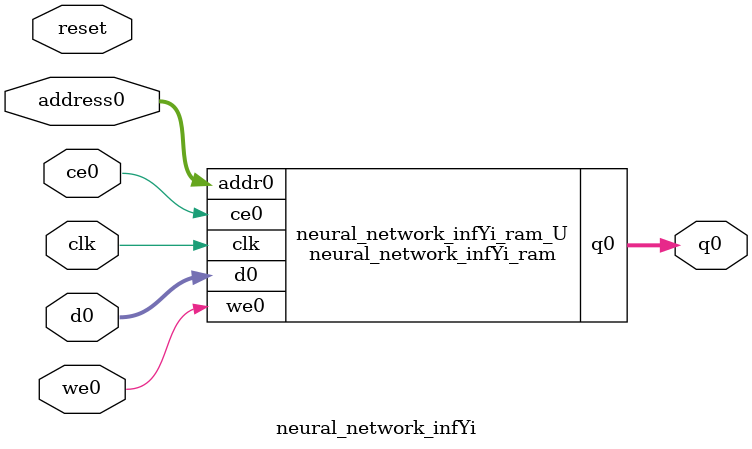
<source format=v>

`timescale 1 ns / 1 ps
module neural_network_infYi_ram (addr0, ce0, d0, we0, q0,  clk);

parameter DWIDTH = 8;
parameter AWIDTH = 10;
parameter MEM_SIZE = 784;

input[AWIDTH-1:0] addr0;
input ce0;
input[DWIDTH-1:0] d0;
input we0;
output wire[DWIDTH-1:0] q0;
input clk;

(* ram_style = "block" *)reg [DWIDTH-1:0] ram[0:MEM_SIZE-1];
reg [DWIDTH-1:0] q0_t0;
reg [DWIDTH-1:0] q0_t1;


assign q0 = q0_t1;

always @(posedge clk)  
begin
    if (ce0) 
    begin
        q0_t1 <= q0_t0;
    end
end


always @(posedge clk)  
begin 
    if (ce0) 
    begin
        if (we0) 
        begin 
            ram[addr0] <= d0; 
            q0_t0 <= d0;
        end 
        else 
            q0_t0 <= ram[addr0];
    end
end


endmodule


`timescale 1 ns / 1 ps
module neural_network_infYi(
    reset,
    clk,
    address0,
    ce0,
    we0,
    d0,
    q0);

parameter DataWidth = 32'd8;
parameter AddressRange = 32'd784;
parameter AddressWidth = 32'd10;
input reset;
input clk;
input[AddressWidth - 1:0] address0;
input ce0;
input we0;
input[DataWidth - 1:0] d0;
output[DataWidth - 1:0] q0;



neural_network_infYi_ram neural_network_infYi_ram_U(
    .clk( clk ),
    .addr0( address0 ),
    .ce0( ce0 ),
    .d0( d0 ),
    .we0( we0 ),
    .q0( q0 ));

endmodule


</source>
